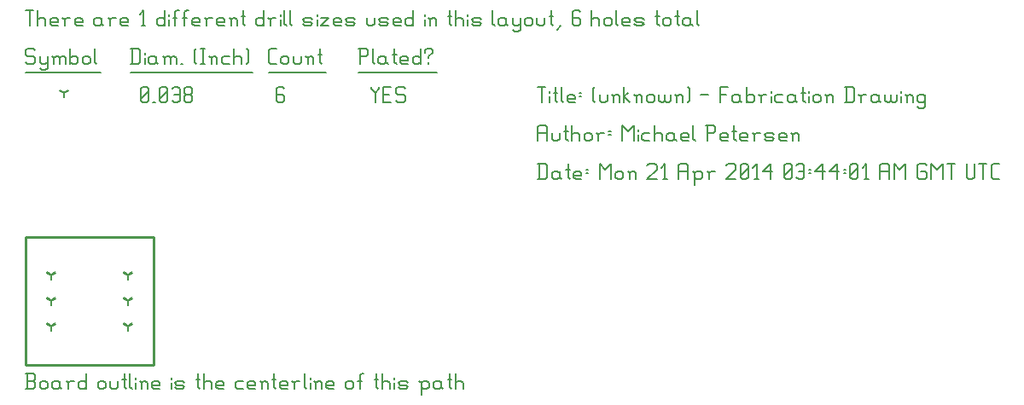
<source format=gbr>
G04 start of page 12 for group -3984 idx -3984 *
G04 Title: (unknown), fab *
G04 Creator: pcb 20110918 *
G04 CreationDate: Mon 21 Apr 2014 03:44:01 AM GMT UTC *
G04 For: railfan *
G04 Format: Gerber/RS-274X *
G04 PCB-Dimensions: 50000 50000 *
G04 PCB-Coordinate-Origin: lower left *
%MOIN*%
%FSLAX25Y25*%
%LNFAB*%
%ADD43C,0.0100*%
%ADD42C,0.0060*%
%ADD41C,0.0001*%
%ADD40R,0.0080X0.0080*%
G54D40*X40000Y35000D02*Y33400D01*
G54D41*G36*
X39454Y35147D02*X41533Y36346D01*
X41933Y35653D01*
X39853Y34454D01*
X39454Y35147D01*
G37*
G36*
X40147Y34454D02*X38067Y35653D01*
X38467Y36346D01*
X40546Y35147D01*
X40147Y34454D01*
G37*
G54D40*X10000Y25000D02*Y23400D01*
G54D41*G36*
X9454Y25147D02*X11533Y26346D01*
X11933Y25653D01*
X9853Y24454D01*
X9454Y25147D01*
G37*
G36*
X10147Y24454D02*X8067Y25653D01*
X8467Y26346D01*
X10546Y25147D01*
X10147Y24454D01*
G37*
G54D40*X10000Y15000D02*Y13400D01*
G54D41*G36*
X9454Y15147D02*X11533Y16346D01*
X11933Y15653D01*
X9853Y14454D01*
X9454Y15147D01*
G37*
G36*
X10147Y14454D02*X8067Y15653D01*
X8467Y16346D01*
X10546Y15147D01*
X10147Y14454D01*
G37*
G54D40*X40000Y25000D02*Y23400D01*
G54D41*G36*
X39454Y25147D02*X41533Y26346D01*
X41933Y25653D01*
X39853Y24454D01*
X39454Y25147D01*
G37*
G36*
X40147Y24454D02*X38067Y25653D01*
X38467Y26346D01*
X40546Y25147D01*
X40147Y24454D01*
G37*
G54D40*X10000Y35000D02*Y33400D01*
G54D41*G36*
X9454Y35147D02*X11533Y36346D01*
X11933Y35653D01*
X9853Y34454D01*
X9454Y35147D01*
G37*
G36*
X10147Y34454D02*X8067Y35653D01*
X8467Y36346D01*
X10546Y35147D01*
X10147Y34454D01*
G37*
G54D40*X40000Y15000D02*Y13400D01*
G54D41*G36*
X39454Y15147D02*X41533Y16346D01*
X41933Y15653D01*
X39853Y14454D01*
X39454Y15147D01*
G37*
G36*
X40147Y14454D02*X38067Y15653D01*
X38467Y16346D01*
X40546Y15147D01*
X40147Y14454D01*
G37*
G54D40*X15000Y106250D02*Y104650D01*
G54D41*G36*
X14454Y106397D02*X16533Y107596D01*
X16933Y106903D01*
X14853Y105704D01*
X14454Y106397D01*
G37*
G36*
X15147Y105704D02*X13067Y106903D01*
X13467Y107596D01*
X15546Y106397D01*
X15147Y105704D01*
G37*
G54D42*X135000Y108500D02*Y107750D01*
X136500Y106250D01*
X138000Y107750D01*
Y108500D02*Y107750D01*
X136500Y106250D02*Y102500D01*
X139800Y105500D02*X142050D01*
X139800Y102500D02*X142800D01*
X139800Y108500D02*Y102500D01*
Y108500D02*X142800D01*
X147600D02*X148350Y107750D01*
X145350Y108500D02*X147600D01*
X144600Y107750D02*X145350Y108500D01*
X144600Y107750D02*Y106250D01*
X145350Y105500D01*
X147600D01*
X148350Y104750D01*
Y103250D01*
X147600Y102500D02*X148350Y103250D01*
X145350Y102500D02*X147600D01*
X144600Y103250D02*X145350Y102500D01*
X100250Y108500D02*X101000Y107750D01*
X98750Y108500D02*X100250D01*
X98000Y107750D02*X98750Y108500D01*
X98000Y107750D02*Y103250D01*
X98750Y102500D01*
X100250Y105500D02*X101000Y104750D01*
X98000Y105500D02*X100250D01*
X98750Y102500D02*X100250D01*
X101000Y103250D01*
Y104750D02*Y103250D01*
X45000D02*X45750Y102500D01*
X45000Y107750D02*Y103250D01*
Y107750D02*X45750Y108500D01*
X47250D01*
X48000Y107750D01*
Y103250D01*
X47250Y102500D02*X48000Y103250D01*
X45750Y102500D02*X47250D01*
X45000Y104000D02*X48000Y107000D01*
X49800Y102500D02*X50550D01*
X52350Y103250D02*X53100Y102500D01*
X52350Y107750D02*Y103250D01*
Y107750D02*X53100Y108500D01*
X54600D01*
X55350Y107750D01*
Y103250D01*
X54600Y102500D02*X55350Y103250D01*
X53100Y102500D02*X54600D01*
X52350Y104000D02*X55350Y107000D01*
X57150Y107750D02*X57900Y108500D01*
X59400D01*
X60150Y107750D01*
Y103250D01*
X59400Y102500D02*X60150Y103250D01*
X57900Y102500D02*X59400D01*
X57150Y103250D02*X57900Y102500D01*
Y105500D02*X60150D01*
X61950Y103250D02*X62700Y102500D01*
X61950Y104750D02*Y103250D01*
Y104750D02*X62700Y105500D01*
X64200D01*
X64950Y104750D01*
Y103250D01*
X64200Y102500D02*X64950Y103250D01*
X62700Y102500D02*X64200D01*
X61950Y106250D02*X62700Y105500D01*
X61950Y107750D02*Y106250D01*
Y107750D02*X62700Y108500D01*
X64200D01*
X64950Y107750D01*
Y106250D01*
X64200Y105500D02*X64950Y106250D01*
X3000Y123500D02*X3750Y122750D01*
X750Y123500D02*X3000D01*
X0Y122750D02*X750Y123500D01*
X0Y122750D02*Y121250D01*
X750Y120500D01*
X3000D01*
X3750Y119750D01*
Y118250D01*
X3000Y117500D02*X3750Y118250D01*
X750Y117500D02*X3000D01*
X0Y118250D02*X750Y117500D01*
X5550Y120500D02*Y118250D01*
X6300Y117500D01*
X8550Y120500D02*Y116000D01*
X7800Y115250D02*X8550Y116000D01*
X6300Y115250D02*X7800D01*
X5550Y116000D02*X6300Y115250D01*
Y117500D02*X7800D01*
X8550Y118250D01*
X11100Y119750D02*Y117500D01*
Y119750D02*X11850Y120500D01*
X12600D01*
X13350Y119750D01*
Y117500D01*
Y119750D02*X14100Y120500D01*
X14850D01*
X15600Y119750D01*
Y117500D01*
X10350Y120500D02*X11100Y119750D01*
X17400Y123500D02*Y117500D01*
Y118250D02*X18150Y117500D01*
X19650D01*
X20400Y118250D01*
Y119750D02*Y118250D01*
X19650Y120500D02*X20400Y119750D01*
X18150Y120500D02*X19650D01*
X17400Y119750D02*X18150Y120500D01*
X22200Y119750D02*Y118250D01*
Y119750D02*X22950Y120500D01*
X24450D01*
X25200Y119750D01*
Y118250D01*
X24450Y117500D02*X25200Y118250D01*
X22950Y117500D02*X24450D01*
X22200Y118250D02*X22950Y117500D01*
X27000Y123500D02*Y118250D01*
X27750Y117500D01*
X0Y114250D02*X29250D01*
X41750Y123500D02*Y117500D01*
X44000Y123500D02*X44750Y122750D01*
Y118250D01*
X44000Y117500D02*X44750Y118250D01*
X41000Y117500D02*X44000D01*
X41000Y123500D02*X44000D01*
X46550Y122000D02*Y121250D01*
Y119750D02*Y117500D01*
X50300Y120500D02*X51050Y119750D01*
X48800Y120500D02*X50300D01*
X48050Y119750D02*X48800Y120500D01*
X48050Y119750D02*Y118250D01*
X48800Y117500D01*
X51050Y120500D02*Y118250D01*
X51800Y117500D01*
X48800D02*X50300D01*
X51050Y118250D01*
X54350Y119750D02*Y117500D01*
Y119750D02*X55100Y120500D01*
X55850D01*
X56600Y119750D01*
Y117500D01*
Y119750D02*X57350Y120500D01*
X58100D01*
X58850Y119750D01*
Y117500D01*
X53600Y120500D02*X54350Y119750D01*
X60650Y117500D02*X61400D01*
X65900Y118250D02*X66650Y117500D01*
X65900Y122750D02*X66650Y123500D01*
X65900Y122750D02*Y118250D01*
X68450Y123500D02*X69950D01*
X69200D02*Y117500D01*
X68450D02*X69950D01*
X72500Y119750D02*Y117500D01*
Y119750D02*X73250Y120500D01*
X74000D01*
X74750Y119750D01*
Y117500D01*
X71750Y120500D02*X72500Y119750D01*
X77300Y120500D02*X79550D01*
X76550Y119750D02*X77300Y120500D01*
X76550Y119750D02*Y118250D01*
X77300Y117500D01*
X79550D01*
X81350Y123500D02*Y117500D01*
Y119750D02*X82100Y120500D01*
X83600D01*
X84350Y119750D01*
Y117500D01*
X86150Y123500D02*X86900Y122750D01*
Y118250D01*
X86150Y117500D02*X86900Y118250D01*
X41000Y114250D02*X88700D01*
X95750Y117500D02*X98000D01*
X95000Y118250D02*X95750Y117500D01*
X95000Y122750D02*Y118250D01*
Y122750D02*X95750Y123500D01*
X98000D01*
X99800Y119750D02*Y118250D01*
Y119750D02*X100550Y120500D01*
X102050D01*
X102800Y119750D01*
Y118250D01*
X102050Y117500D02*X102800Y118250D01*
X100550Y117500D02*X102050D01*
X99800Y118250D02*X100550Y117500D01*
X104600Y120500D02*Y118250D01*
X105350Y117500D01*
X106850D01*
X107600Y118250D01*
Y120500D02*Y118250D01*
X110150Y119750D02*Y117500D01*
Y119750D02*X110900Y120500D01*
X111650D01*
X112400Y119750D01*
Y117500D01*
X109400Y120500D02*X110150Y119750D01*
X114950Y123500D02*Y118250D01*
X115700Y117500D01*
X114200Y121250D02*X115700D01*
X95000Y114250D02*X117200D01*
X130750Y123500D02*Y117500D01*
X130000Y123500D02*X133000D01*
X133750Y122750D01*
Y121250D01*
X133000Y120500D02*X133750Y121250D01*
X130750Y120500D02*X133000D01*
X135550Y123500D02*Y118250D01*
X136300Y117500D01*
X140050Y120500D02*X140800Y119750D01*
X138550Y120500D02*X140050D01*
X137800Y119750D02*X138550Y120500D01*
X137800Y119750D02*Y118250D01*
X138550Y117500D01*
X140800Y120500D02*Y118250D01*
X141550Y117500D01*
X138550D02*X140050D01*
X140800Y118250D01*
X144100Y123500D02*Y118250D01*
X144850Y117500D01*
X143350Y121250D02*X144850D01*
X147100Y117500D02*X149350D01*
X146350Y118250D02*X147100Y117500D01*
X146350Y119750D02*Y118250D01*
Y119750D02*X147100Y120500D01*
X148600D01*
X149350Y119750D01*
X146350Y119000D02*X149350D01*
Y119750D02*Y119000D01*
X154150Y123500D02*Y117500D01*
X153400D02*X154150Y118250D01*
X151900Y117500D02*X153400D01*
X151150Y118250D02*X151900Y117500D01*
X151150Y119750D02*Y118250D01*
Y119750D02*X151900Y120500D01*
X153400D01*
X154150Y119750D01*
X157450Y120500D02*Y119750D01*
Y118250D02*Y117500D01*
X155950Y122750D02*Y122000D01*
Y122750D02*X156700Y123500D01*
X158200D01*
X158950Y122750D01*
Y122000D01*
X157450Y120500D02*X158950Y122000D01*
X130000Y114250D02*X160750D01*
X0Y138500D02*X3000D01*
X1500D02*Y132500D01*
X4800Y138500D02*Y132500D01*
Y134750D02*X5550Y135500D01*
X7050D01*
X7800Y134750D01*
Y132500D01*
X10350D02*X12600D01*
X9600Y133250D02*X10350Y132500D01*
X9600Y134750D02*Y133250D01*
Y134750D02*X10350Y135500D01*
X11850D01*
X12600Y134750D01*
X9600Y134000D02*X12600D01*
Y134750D02*Y134000D01*
X15150Y134750D02*Y132500D01*
Y134750D02*X15900Y135500D01*
X17400D01*
X14400D02*X15150Y134750D01*
X19950Y132500D02*X22200D01*
X19200Y133250D02*X19950Y132500D01*
X19200Y134750D02*Y133250D01*
Y134750D02*X19950Y135500D01*
X21450D01*
X22200Y134750D01*
X19200Y134000D02*X22200D01*
Y134750D02*Y134000D01*
X28950Y135500D02*X29700Y134750D01*
X27450Y135500D02*X28950D01*
X26700Y134750D02*X27450Y135500D01*
X26700Y134750D02*Y133250D01*
X27450Y132500D01*
X29700Y135500D02*Y133250D01*
X30450Y132500D01*
X27450D02*X28950D01*
X29700Y133250D01*
X33000Y134750D02*Y132500D01*
Y134750D02*X33750Y135500D01*
X35250D01*
X32250D02*X33000Y134750D01*
X37800Y132500D02*X40050D01*
X37050Y133250D02*X37800Y132500D01*
X37050Y134750D02*Y133250D01*
Y134750D02*X37800Y135500D01*
X39300D01*
X40050Y134750D01*
X37050Y134000D02*X40050D01*
Y134750D02*Y134000D01*
X45300Y132500D02*X46800D01*
X46050Y138500D02*Y132500D01*
X44550Y137000D02*X46050Y138500D01*
X54300D02*Y132500D01*
X53550D02*X54300Y133250D01*
X52050Y132500D02*X53550D01*
X51300Y133250D02*X52050Y132500D01*
X51300Y134750D02*Y133250D01*
Y134750D02*X52050Y135500D01*
X53550D01*
X54300Y134750D01*
X56100Y137000D02*Y136250D01*
Y134750D02*Y132500D01*
X58350Y137750D02*Y132500D01*
Y137750D02*X59100Y138500D01*
X59850D01*
X57600Y135500D02*X59100D01*
X62100Y137750D02*Y132500D01*
Y137750D02*X62850Y138500D01*
X63600D01*
X61350Y135500D02*X62850D01*
X65850Y132500D02*X68100D01*
X65100Y133250D02*X65850Y132500D01*
X65100Y134750D02*Y133250D01*
Y134750D02*X65850Y135500D01*
X67350D01*
X68100Y134750D01*
X65100Y134000D02*X68100D01*
Y134750D02*Y134000D01*
X70650Y134750D02*Y132500D01*
Y134750D02*X71400Y135500D01*
X72900D01*
X69900D02*X70650Y134750D01*
X75450Y132500D02*X77700D01*
X74700Y133250D02*X75450Y132500D01*
X74700Y134750D02*Y133250D01*
Y134750D02*X75450Y135500D01*
X76950D01*
X77700Y134750D01*
X74700Y134000D02*X77700D01*
Y134750D02*Y134000D01*
X80250Y134750D02*Y132500D01*
Y134750D02*X81000Y135500D01*
X81750D01*
X82500Y134750D01*
Y132500D01*
X79500Y135500D02*X80250Y134750D01*
X85050Y138500D02*Y133250D01*
X85800Y132500D01*
X84300Y136250D02*X85800D01*
X93000Y138500D02*Y132500D01*
X92250D02*X93000Y133250D01*
X90750Y132500D02*X92250D01*
X90000Y133250D02*X90750Y132500D01*
X90000Y134750D02*Y133250D01*
Y134750D02*X90750Y135500D01*
X92250D01*
X93000Y134750D01*
X95550D02*Y132500D01*
Y134750D02*X96300Y135500D01*
X97800D01*
X94800D02*X95550Y134750D01*
X99600Y137000D02*Y136250D01*
Y134750D02*Y132500D01*
X101100Y138500D02*Y133250D01*
X101850Y132500D01*
X103350Y138500D02*Y133250D01*
X104100Y132500D01*
X109050D02*X111300D01*
X112050Y133250D01*
X111300Y134000D02*X112050Y133250D01*
X109050Y134000D02*X111300D01*
X108300Y134750D02*X109050Y134000D01*
X108300Y134750D02*X109050Y135500D01*
X111300D01*
X112050Y134750D01*
X108300Y133250D02*X109050Y132500D01*
X113850Y137000D02*Y136250D01*
Y134750D02*Y132500D01*
X115350Y135500D02*X118350D01*
X115350Y132500D02*X118350Y135500D01*
X115350Y132500D02*X118350D01*
X120900D02*X123150D01*
X120150Y133250D02*X120900Y132500D01*
X120150Y134750D02*Y133250D01*
Y134750D02*X120900Y135500D01*
X122400D01*
X123150Y134750D01*
X120150Y134000D02*X123150D01*
Y134750D02*Y134000D01*
X125700Y132500D02*X127950D01*
X128700Y133250D01*
X127950Y134000D02*X128700Y133250D01*
X125700Y134000D02*X127950D01*
X124950Y134750D02*X125700Y134000D01*
X124950Y134750D02*X125700Y135500D01*
X127950D01*
X128700Y134750D01*
X124950Y133250D02*X125700Y132500D01*
X133200Y135500D02*Y133250D01*
X133950Y132500D01*
X135450D01*
X136200Y133250D01*
Y135500D02*Y133250D01*
X138750Y132500D02*X141000D01*
X141750Y133250D01*
X141000Y134000D02*X141750Y133250D01*
X138750Y134000D02*X141000D01*
X138000Y134750D02*X138750Y134000D01*
X138000Y134750D02*X138750Y135500D01*
X141000D01*
X141750Y134750D01*
X138000Y133250D02*X138750Y132500D01*
X144300D02*X146550D01*
X143550Y133250D02*X144300Y132500D01*
X143550Y134750D02*Y133250D01*
Y134750D02*X144300Y135500D01*
X145800D01*
X146550Y134750D01*
X143550Y134000D02*X146550D01*
Y134750D02*Y134000D01*
X151350Y138500D02*Y132500D01*
X150600D02*X151350Y133250D01*
X149100Y132500D02*X150600D01*
X148350Y133250D02*X149100Y132500D01*
X148350Y134750D02*Y133250D01*
Y134750D02*X149100Y135500D01*
X150600D01*
X151350Y134750D01*
X155850Y137000D02*Y136250D01*
Y134750D02*Y132500D01*
X158100Y134750D02*Y132500D01*
Y134750D02*X158850Y135500D01*
X159600D01*
X160350Y134750D01*
Y132500D01*
X157350Y135500D02*X158100Y134750D01*
X165600Y138500D02*Y133250D01*
X166350Y132500D01*
X164850Y136250D02*X166350D01*
X167850Y138500D02*Y132500D01*
Y134750D02*X168600Y135500D01*
X170100D01*
X170850Y134750D01*
Y132500D01*
X172650Y137000D02*Y136250D01*
Y134750D02*Y132500D01*
X174900D02*X177150D01*
X177900Y133250D01*
X177150Y134000D02*X177900Y133250D01*
X174900Y134000D02*X177150D01*
X174150Y134750D02*X174900Y134000D01*
X174150Y134750D02*X174900Y135500D01*
X177150D01*
X177900Y134750D01*
X174150Y133250D02*X174900Y132500D01*
X182400Y138500D02*Y133250D01*
X183150Y132500D01*
X186900Y135500D02*X187650Y134750D01*
X185400Y135500D02*X186900D01*
X184650Y134750D02*X185400Y135500D01*
X184650Y134750D02*Y133250D01*
X185400Y132500D01*
X187650Y135500D02*Y133250D01*
X188400Y132500D01*
X185400D02*X186900D01*
X187650Y133250D01*
X190200Y135500D02*Y133250D01*
X190950Y132500D01*
X193200Y135500D02*Y131000D01*
X192450Y130250D02*X193200Y131000D01*
X190950Y130250D02*X192450D01*
X190200Y131000D02*X190950Y130250D01*
Y132500D02*X192450D01*
X193200Y133250D01*
X195000Y134750D02*Y133250D01*
Y134750D02*X195750Y135500D01*
X197250D01*
X198000Y134750D01*
Y133250D01*
X197250Y132500D02*X198000Y133250D01*
X195750Y132500D02*X197250D01*
X195000Y133250D02*X195750Y132500D01*
X199800Y135500D02*Y133250D01*
X200550Y132500D01*
X202050D01*
X202800Y133250D01*
Y135500D02*Y133250D01*
X205350Y138500D02*Y133250D01*
X206100Y132500D01*
X204600Y136250D02*X206100D01*
X207600Y131000D02*X209100Y132500D01*
X215850Y138500D02*X216600Y137750D01*
X214350Y138500D02*X215850D01*
X213600Y137750D02*X214350Y138500D01*
X213600Y137750D02*Y133250D01*
X214350Y132500D01*
X215850Y135500D02*X216600Y134750D01*
X213600Y135500D02*X215850D01*
X214350Y132500D02*X215850D01*
X216600Y133250D01*
Y134750D02*Y133250D01*
X221100Y138500D02*Y132500D01*
Y134750D02*X221850Y135500D01*
X223350D01*
X224100Y134750D01*
Y132500D01*
X225900Y134750D02*Y133250D01*
Y134750D02*X226650Y135500D01*
X228150D01*
X228900Y134750D01*
Y133250D01*
X228150Y132500D02*X228900Y133250D01*
X226650Y132500D02*X228150D01*
X225900Y133250D02*X226650Y132500D01*
X230700Y138500D02*Y133250D01*
X231450Y132500D01*
X233700D02*X235950D01*
X232950Y133250D02*X233700Y132500D01*
X232950Y134750D02*Y133250D01*
Y134750D02*X233700Y135500D01*
X235200D01*
X235950Y134750D01*
X232950Y134000D02*X235950D01*
Y134750D02*Y134000D01*
X238500Y132500D02*X240750D01*
X241500Y133250D01*
X240750Y134000D02*X241500Y133250D01*
X238500Y134000D02*X240750D01*
X237750Y134750D02*X238500Y134000D01*
X237750Y134750D02*X238500Y135500D01*
X240750D01*
X241500Y134750D01*
X237750Y133250D02*X238500Y132500D01*
X246750Y138500D02*Y133250D01*
X247500Y132500D01*
X246000Y136250D02*X247500D01*
X249000Y134750D02*Y133250D01*
Y134750D02*X249750Y135500D01*
X251250D01*
X252000Y134750D01*
Y133250D01*
X251250Y132500D02*X252000Y133250D01*
X249750Y132500D02*X251250D01*
X249000Y133250D02*X249750Y132500D01*
X254550Y138500D02*Y133250D01*
X255300Y132500D01*
X253800Y136250D02*X255300D01*
X259050Y135500D02*X259800Y134750D01*
X257550Y135500D02*X259050D01*
X256800Y134750D02*X257550Y135500D01*
X256800Y134750D02*Y133250D01*
X257550Y132500D01*
X259800Y135500D02*Y133250D01*
X260550Y132500D01*
X257550D02*X259050D01*
X259800Y133250D01*
X262350Y138500D02*Y133250D01*
X263100Y132500D01*
G54D43*X0Y50000D02*X50000D01*
Y0D01*
X0D01*
Y50000D01*
G54D42*Y-9500D02*X3000D01*
X3750Y-8750D01*
Y-7250D02*Y-8750D01*
X3000Y-6500D02*X3750Y-7250D01*
X750Y-6500D02*X3000D01*
X750Y-3500D02*Y-9500D01*
X0Y-3500D02*X3000D01*
X3750Y-4250D01*
Y-5750D01*
X3000Y-6500D02*X3750Y-5750D01*
X5550Y-7250D02*Y-8750D01*
Y-7250D02*X6300Y-6500D01*
X7800D01*
X8550Y-7250D01*
Y-8750D01*
X7800Y-9500D02*X8550Y-8750D01*
X6300Y-9500D02*X7800D01*
X5550Y-8750D02*X6300Y-9500D01*
X12600Y-6500D02*X13350Y-7250D01*
X11100Y-6500D02*X12600D01*
X10350Y-7250D02*X11100Y-6500D01*
X10350Y-7250D02*Y-8750D01*
X11100Y-9500D01*
X13350Y-6500D02*Y-8750D01*
X14100Y-9500D01*
X11100D02*X12600D01*
X13350Y-8750D01*
X16650Y-7250D02*Y-9500D01*
Y-7250D02*X17400Y-6500D01*
X18900D01*
X15900D02*X16650Y-7250D01*
X23700Y-3500D02*Y-9500D01*
X22950D02*X23700Y-8750D01*
X21450Y-9500D02*X22950D01*
X20700Y-8750D02*X21450Y-9500D01*
X20700Y-7250D02*Y-8750D01*
Y-7250D02*X21450Y-6500D01*
X22950D01*
X23700Y-7250D01*
X28200D02*Y-8750D01*
Y-7250D02*X28950Y-6500D01*
X30450D01*
X31200Y-7250D01*
Y-8750D01*
X30450Y-9500D02*X31200Y-8750D01*
X28950Y-9500D02*X30450D01*
X28200Y-8750D02*X28950Y-9500D01*
X33000Y-6500D02*Y-8750D01*
X33750Y-9500D01*
X35250D01*
X36000Y-8750D01*
Y-6500D02*Y-8750D01*
X38550Y-3500D02*Y-8750D01*
X39300Y-9500D01*
X37800Y-5750D02*X39300D01*
X40800Y-3500D02*Y-8750D01*
X41550Y-9500D01*
X43050Y-5000D02*Y-5750D01*
Y-7250D02*Y-9500D01*
X45300Y-7250D02*Y-9500D01*
Y-7250D02*X46050Y-6500D01*
X46800D01*
X47550Y-7250D01*
Y-9500D01*
X44550Y-6500D02*X45300Y-7250D01*
X50100Y-9500D02*X52350D01*
X49350Y-8750D02*X50100Y-9500D01*
X49350Y-7250D02*Y-8750D01*
Y-7250D02*X50100Y-6500D01*
X51600D01*
X52350Y-7250D01*
X49350Y-8000D02*X52350D01*
Y-7250D02*Y-8000D01*
X56850Y-5000D02*Y-5750D01*
Y-7250D02*Y-9500D01*
X59100D02*X61350D01*
X62100Y-8750D01*
X61350Y-8000D02*X62100Y-8750D01*
X59100Y-8000D02*X61350D01*
X58350Y-7250D02*X59100Y-8000D01*
X58350Y-7250D02*X59100Y-6500D01*
X61350D01*
X62100Y-7250D01*
X58350Y-8750D02*X59100Y-9500D01*
X67350Y-3500D02*Y-8750D01*
X68100Y-9500D01*
X66600Y-5750D02*X68100D01*
X69600Y-3500D02*Y-9500D01*
Y-7250D02*X70350Y-6500D01*
X71850D01*
X72600Y-7250D01*
Y-9500D01*
X75150D02*X77400D01*
X74400Y-8750D02*X75150Y-9500D01*
X74400Y-7250D02*Y-8750D01*
Y-7250D02*X75150Y-6500D01*
X76650D01*
X77400Y-7250D01*
X74400Y-8000D02*X77400D01*
Y-7250D02*Y-8000D01*
X82650Y-6500D02*X84900D01*
X81900Y-7250D02*X82650Y-6500D01*
X81900Y-7250D02*Y-8750D01*
X82650Y-9500D01*
X84900D01*
X87450D02*X89700D01*
X86700Y-8750D02*X87450Y-9500D01*
X86700Y-7250D02*Y-8750D01*
Y-7250D02*X87450Y-6500D01*
X88950D01*
X89700Y-7250D01*
X86700Y-8000D02*X89700D01*
Y-7250D02*Y-8000D01*
X92250Y-7250D02*Y-9500D01*
Y-7250D02*X93000Y-6500D01*
X93750D01*
X94500Y-7250D01*
Y-9500D01*
X91500Y-6500D02*X92250Y-7250D01*
X97050Y-3500D02*Y-8750D01*
X97800Y-9500D01*
X96300Y-5750D02*X97800D01*
X100050Y-9500D02*X102300D01*
X99300Y-8750D02*X100050Y-9500D01*
X99300Y-7250D02*Y-8750D01*
Y-7250D02*X100050Y-6500D01*
X101550D01*
X102300Y-7250D01*
X99300Y-8000D02*X102300D01*
Y-7250D02*Y-8000D01*
X104850Y-7250D02*Y-9500D01*
Y-7250D02*X105600Y-6500D01*
X107100D01*
X104100D02*X104850Y-7250D01*
X108900Y-3500D02*Y-8750D01*
X109650Y-9500D01*
X111150Y-5000D02*Y-5750D01*
Y-7250D02*Y-9500D01*
X113400Y-7250D02*Y-9500D01*
Y-7250D02*X114150Y-6500D01*
X114900D01*
X115650Y-7250D01*
Y-9500D01*
X112650Y-6500D02*X113400Y-7250D01*
X118200Y-9500D02*X120450D01*
X117450Y-8750D02*X118200Y-9500D01*
X117450Y-7250D02*Y-8750D01*
Y-7250D02*X118200Y-6500D01*
X119700D01*
X120450Y-7250D01*
X117450Y-8000D02*X120450D01*
Y-7250D02*Y-8000D01*
X124950Y-7250D02*Y-8750D01*
Y-7250D02*X125700Y-6500D01*
X127200D01*
X127950Y-7250D01*
Y-8750D01*
X127200Y-9500D02*X127950Y-8750D01*
X125700Y-9500D02*X127200D01*
X124950Y-8750D02*X125700Y-9500D01*
X130500Y-4250D02*Y-9500D01*
Y-4250D02*X131250Y-3500D01*
X132000D01*
X129750Y-6500D02*X131250D01*
X136950Y-3500D02*Y-8750D01*
X137700Y-9500D01*
X136200Y-5750D02*X137700D01*
X139200Y-3500D02*Y-9500D01*
Y-7250D02*X139950Y-6500D01*
X141450D01*
X142200Y-7250D01*
Y-9500D01*
X144000Y-5000D02*Y-5750D01*
Y-7250D02*Y-9500D01*
X146250D02*X148500D01*
X149250Y-8750D01*
X148500Y-8000D02*X149250Y-8750D01*
X146250Y-8000D02*X148500D01*
X145500Y-7250D02*X146250Y-8000D01*
X145500Y-7250D02*X146250Y-6500D01*
X148500D01*
X149250Y-7250D01*
X145500Y-8750D02*X146250Y-9500D01*
X154500Y-7250D02*Y-11750D01*
X153750Y-6500D02*X154500Y-7250D01*
X155250Y-6500D01*
X156750D01*
X157500Y-7250D01*
Y-8750D01*
X156750Y-9500D02*X157500Y-8750D01*
X155250Y-9500D02*X156750D01*
X154500Y-8750D02*X155250Y-9500D01*
X161550Y-6500D02*X162300Y-7250D01*
X160050Y-6500D02*X161550D01*
X159300Y-7250D02*X160050Y-6500D01*
X159300Y-7250D02*Y-8750D01*
X160050Y-9500D01*
X162300Y-6500D02*Y-8750D01*
X163050Y-9500D01*
X160050D02*X161550D01*
X162300Y-8750D01*
X165600Y-3500D02*Y-8750D01*
X166350Y-9500D01*
X164850Y-5750D02*X166350D01*
X167850Y-3500D02*Y-9500D01*
Y-7250D02*X168600Y-6500D01*
X170100D01*
X170850Y-7250D01*
Y-9500D01*
X200750Y78500D02*Y72500D01*
X203000Y78500D02*X203750Y77750D01*
Y73250D01*
X203000Y72500D02*X203750Y73250D01*
X200000Y72500D02*X203000D01*
X200000Y78500D02*X203000D01*
X207800Y75500D02*X208550Y74750D01*
X206300Y75500D02*X207800D01*
X205550Y74750D02*X206300Y75500D01*
X205550Y74750D02*Y73250D01*
X206300Y72500D01*
X208550Y75500D02*Y73250D01*
X209300Y72500D01*
X206300D02*X207800D01*
X208550Y73250D01*
X211850Y78500D02*Y73250D01*
X212600Y72500D01*
X211100Y76250D02*X212600D01*
X214850Y72500D02*X217100D01*
X214100Y73250D02*X214850Y72500D01*
X214100Y74750D02*Y73250D01*
Y74750D02*X214850Y75500D01*
X216350D01*
X217100Y74750D01*
X214100Y74000D02*X217100D01*
Y74750D02*Y74000D01*
X218900Y76250D02*X219650D01*
X218900Y74750D02*X219650D01*
X224150Y78500D02*Y72500D01*
Y78500D02*X226400Y76250D01*
X228650Y78500D01*
Y72500D01*
X230450Y74750D02*Y73250D01*
Y74750D02*X231200Y75500D01*
X232700D01*
X233450Y74750D01*
Y73250D01*
X232700Y72500D02*X233450Y73250D01*
X231200Y72500D02*X232700D01*
X230450Y73250D02*X231200Y72500D01*
X236000Y74750D02*Y72500D01*
Y74750D02*X236750Y75500D01*
X237500D01*
X238250Y74750D01*
Y72500D01*
X235250Y75500D02*X236000Y74750D01*
X242750Y77750D02*X243500Y78500D01*
X245750D01*
X246500Y77750D01*
Y76250D01*
X242750Y72500D02*X246500Y76250D01*
X242750Y72500D02*X246500D01*
X249050D02*X250550D01*
X249800Y78500D02*Y72500D01*
X248300Y77000D02*X249800Y78500D01*
X255050Y77750D02*Y72500D01*
Y77750D02*X255800Y78500D01*
X258050D01*
X258800Y77750D01*
Y72500D01*
X255050Y75500D02*X258800D01*
X261350Y74750D02*Y70250D01*
X260600Y75500D02*X261350Y74750D01*
X262100Y75500D01*
X263600D01*
X264350Y74750D01*
Y73250D01*
X263600Y72500D02*X264350Y73250D01*
X262100Y72500D02*X263600D01*
X261350Y73250D02*X262100Y72500D01*
X266900Y74750D02*Y72500D01*
Y74750D02*X267650Y75500D01*
X269150D01*
X266150D02*X266900Y74750D01*
X273650Y77750D02*X274400Y78500D01*
X276650D01*
X277400Y77750D01*
Y76250D01*
X273650Y72500D02*X277400Y76250D01*
X273650Y72500D02*X277400D01*
X279200Y73250D02*X279950Y72500D01*
X279200Y77750D02*Y73250D01*
Y77750D02*X279950Y78500D01*
X281450D01*
X282200Y77750D01*
Y73250D01*
X281450Y72500D02*X282200Y73250D01*
X279950Y72500D02*X281450D01*
X279200Y74000D02*X282200Y77000D01*
X284750Y72500D02*X286250D01*
X285500Y78500D02*Y72500D01*
X284000Y77000D02*X285500Y78500D01*
X288050Y75500D02*X291050Y78500D01*
X288050Y75500D02*X291800D01*
X291050Y78500D02*Y72500D01*
X296300Y73250D02*X297050Y72500D01*
X296300Y77750D02*Y73250D01*
Y77750D02*X297050Y78500D01*
X298550D01*
X299300Y77750D01*
Y73250D01*
X298550Y72500D02*X299300Y73250D01*
X297050Y72500D02*X298550D01*
X296300Y74000D02*X299300Y77000D01*
X301100Y77750D02*X301850Y78500D01*
X303350D01*
X304100Y77750D01*
Y73250D01*
X303350Y72500D02*X304100Y73250D01*
X301850Y72500D02*X303350D01*
X301100Y73250D02*X301850Y72500D01*
Y75500D02*X304100D01*
X305900Y76250D02*X306650D01*
X305900Y74750D02*X306650D01*
X308450Y75500D02*X311450Y78500D01*
X308450Y75500D02*X312200D01*
X311450Y78500D02*Y72500D01*
X314000Y75500D02*X317000Y78500D01*
X314000Y75500D02*X317750D01*
X317000Y78500D02*Y72500D01*
X319550Y76250D02*X320300D01*
X319550Y74750D02*X320300D01*
X322100Y73250D02*X322850Y72500D01*
X322100Y77750D02*Y73250D01*
Y77750D02*X322850Y78500D01*
X324350D01*
X325100Y77750D01*
Y73250D01*
X324350Y72500D02*X325100Y73250D01*
X322850Y72500D02*X324350D01*
X322100Y74000D02*X325100Y77000D01*
X327650Y72500D02*X329150D01*
X328400Y78500D02*Y72500D01*
X326900Y77000D02*X328400Y78500D01*
X333650Y77750D02*Y72500D01*
Y77750D02*X334400Y78500D01*
X336650D01*
X337400Y77750D01*
Y72500D01*
X333650Y75500D02*X337400D01*
X339200Y78500D02*Y72500D01*
Y78500D02*X341450Y76250D01*
X343700Y78500D01*
Y72500D01*
X351200Y78500D02*X351950Y77750D01*
X348950Y78500D02*X351200D01*
X348200Y77750D02*X348950Y78500D01*
X348200Y77750D02*Y73250D01*
X348950Y72500D01*
X351200D01*
X351950Y73250D01*
Y74750D02*Y73250D01*
X351200Y75500D02*X351950Y74750D01*
X349700Y75500D02*X351200D01*
X353750Y78500D02*Y72500D01*
Y78500D02*X356000Y76250D01*
X358250Y78500D01*
Y72500D01*
X360050Y78500D02*X363050D01*
X361550D02*Y72500D01*
X367550Y78500D02*Y73250D01*
X368300Y72500D01*
X369800D01*
X370550Y73250D01*
Y78500D02*Y73250D01*
X372350Y78500D02*X375350D01*
X373850D02*Y72500D01*
X377900D02*X380150D01*
X377150Y73250D02*X377900Y72500D01*
X377150Y77750D02*Y73250D01*
Y77750D02*X377900Y78500D01*
X380150D01*
X200000Y92750D02*Y87500D01*
Y92750D02*X200750Y93500D01*
X203000D01*
X203750Y92750D01*
Y87500D01*
X200000Y90500D02*X203750D01*
X205550D02*Y88250D01*
X206300Y87500D01*
X207800D01*
X208550Y88250D01*
Y90500D02*Y88250D01*
X211100Y93500D02*Y88250D01*
X211850Y87500D01*
X210350Y91250D02*X211850D01*
X213350Y93500D02*Y87500D01*
Y89750D02*X214100Y90500D01*
X215600D01*
X216350Y89750D01*
Y87500D01*
X218150Y89750D02*Y88250D01*
Y89750D02*X218900Y90500D01*
X220400D01*
X221150Y89750D01*
Y88250D01*
X220400Y87500D02*X221150Y88250D01*
X218900Y87500D02*X220400D01*
X218150Y88250D02*X218900Y87500D01*
X223700Y89750D02*Y87500D01*
Y89750D02*X224450Y90500D01*
X225950D01*
X222950D02*X223700Y89750D01*
X227750Y91250D02*X228500D01*
X227750Y89750D02*X228500D01*
X233000Y93500D02*Y87500D01*
Y93500D02*X235250Y91250D01*
X237500Y93500D01*
Y87500D01*
X239300Y92000D02*Y91250D01*
Y89750D02*Y87500D01*
X241550Y90500D02*X243800D01*
X240800Y89750D02*X241550Y90500D01*
X240800Y89750D02*Y88250D01*
X241550Y87500D01*
X243800D01*
X245600Y93500D02*Y87500D01*
Y89750D02*X246350Y90500D01*
X247850D01*
X248600Y89750D01*
Y87500D01*
X252650Y90500D02*X253400Y89750D01*
X251150Y90500D02*X252650D01*
X250400Y89750D02*X251150Y90500D01*
X250400Y89750D02*Y88250D01*
X251150Y87500D01*
X253400Y90500D02*Y88250D01*
X254150Y87500D01*
X251150D02*X252650D01*
X253400Y88250D01*
X256700Y87500D02*X258950D01*
X255950Y88250D02*X256700Y87500D01*
X255950Y89750D02*Y88250D01*
Y89750D02*X256700Y90500D01*
X258200D01*
X258950Y89750D01*
X255950Y89000D02*X258950D01*
Y89750D02*Y89000D01*
X260750Y93500D02*Y88250D01*
X261500Y87500D01*
X266450Y93500D02*Y87500D01*
X265700Y93500D02*X268700D01*
X269450Y92750D01*
Y91250D01*
X268700Y90500D02*X269450Y91250D01*
X266450Y90500D02*X268700D01*
X272000Y87500D02*X274250D01*
X271250Y88250D02*X272000Y87500D01*
X271250Y89750D02*Y88250D01*
Y89750D02*X272000Y90500D01*
X273500D01*
X274250Y89750D01*
X271250Y89000D02*X274250D01*
Y89750D02*Y89000D01*
X276800Y93500D02*Y88250D01*
X277550Y87500D01*
X276050Y91250D02*X277550D01*
X279800Y87500D02*X282050D01*
X279050Y88250D02*X279800Y87500D01*
X279050Y89750D02*Y88250D01*
Y89750D02*X279800Y90500D01*
X281300D01*
X282050Y89750D01*
X279050Y89000D02*X282050D01*
Y89750D02*Y89000D01*
X284600Y89750D02*Y87500D01*
Y89750D02*X285350Y90500D01*
X286850D01*
X283850D02*X284600Y89750D01*
X289400Y87500D02*X291650D01*
X292400Y88250D01*
X291650Y89000D02*X292400Y88250D01*
X289400Y89000D02*X291650D01*
X288650Y89750D02*X289400Y89000D01*
X288650Y89750D02*X289400Y90500D01*
X291650D01*
X292400Y89750D01*
X288650Y88250D02*X289400Y87500D01*
X294950D02*X297200D01*
X294200Y88250D02*X294950Y87500D01*
X294200Y89750D02*Y88250D01*
Y89750D02*X294950Y90500D01*
X296450D01*
X297200Y89750D01*
X294200Y89000D02*X297200D01*
Y89750D02*Y89000D01*
X299750Y89750D02*Y87500D01*
Y89750D02*X300500Y90500D01*
X301250D01*
X302000Y89750D01*
Y87500D01*
X299000Y90500D02*X299750Y89750D01*
X200000Y108500D02*X203000D01*
X201500D02*Y102500D01*
X204800Y107000D02*Y106250D01*
Y104750D02*Y102500D01*
X207050Y108500D02*Y103250D01*
X207800Y102500D01*
X206300Y106250D02*X207800D01*
X209300Y108500D02*Y103250D01*
X210050Y102500D01*
X212300D02*X214550D01*
X211550Y103250D02*X212300Y102500D01*
X211550Y104750D02*Y103250D01*
Y104750D02*X212300Y105500D01*
X213800D01*
X214550Y104750D01*
X211550Y104000D02*X214550D01*
Y104750D02*Y104000D01*
X216350Y106250D02*X217100D01*
X216350Y104750D02*X217100D01*
X221600Y103250D02*X222350Y102500D01*
X221600Y107750D02*X222350Y108500D01*
X221600Y107750D02*Y103250D01*
X224150Y105500D02*Y103250D01*
X224900Y102500D01*
X226400D01*
X227150Y103250D01*
Y105500D02*Y103250D01*
X229700Y104750D02*Y102500D01*
Y104750D02*X230450Y105500D01*
X231200D01*
X231950Y104750D01*
Y102500D01*
X228950Y105500D02*X229700Y104750D01*
X233750Y108500D02*Y102500D01*
Y104750D02*X236000Y102500D01*
X233750Y104750D02*X235250Y106250D01*
X238550Y104750D02*Y102500D01*
Y104750D02*X239300Y105500D01*
X240050D01*
X240800Y104750D01*
Y102500D01*
X237800Y105500D02*X238550Y104750D01*
X242600D02*Y103250D01*
Y104750D02*X243350Y105500D01*
X244850D01*
X245600Y104750D01*
Y103250D01*
X244850Y102500D02*X245600Y103250D01*
X243350Y102500D02*X244850D01*
X242600Y103250D02*X243350Y102500D01*
X247400Y105500D02*Y103250D01*
X248150Y102500D01*
X248900D01*
X249650Y103250D01*
Y105500D02*Y103250D01*
X250400Y102500D01*
X251150D01*
X251900Y103250D01*
Y105500D02*Y103250D01*
X254450Y104750D02*Y102500D01*
Y104750D02*X255200Y105500D01*
X255950D01*
X256700Y104750D01*
Y102500D01*
X253700Y105500D02*X254450Y104750D01*
X258500Y108500D02*X259250Y107750D01*
Y103250D01*
X258500Y102500D02*X259250Y103250D01*
X263750Y105500D02*X266750D01*
X271250Y108500D02*Y102500D01*
Y108500D02*X274250D01*
X271250Y105500D02*X273500D01*
X278300D02*X279050Y104750D01*
X276800Y105500D02*X278300D01*
X276050Y104750D02*X276800Y105500D01*
X276050Y104750D02*Y103250D01*
X276800Y102500D01*
X279050Y105500D02*Y103250D01*
X279800Y102500D01*
X276800D02*X278300D01*
X279050Y103250D01*
X281600Y108500D02*Y102500D01*
Y103250D02*X282350Y102500D01*
X283850D01*
X284600Y103250D01*
Y104750D02*Y103250D01*
X283850Y105500D02*X284600Y104750D01*
X282350Y105500D02*X283850D01*
X281600Y104750D02*X282350Y105500D01*
X287150Y104750D02*Y102500D01*
Y104750D02*X287900Y105500D01*
X289400D01*
X286400D02*X287150Y104750D01*
X291200Y107000D02*Y106250D01*
Y104750D02*Y102500D01*
X293450Y105500D02*X295700D01*
X292700Y104750D02*X293450Y105500D01*
X292700Y104750D02*Y103250D01*
X293450Y102500D01*
X295700D01*
X299750Y105500D02*X300500Y104750D01*
X298250Y105500D02*X299750D01*
X297500Y104750D02*X298250Y105500D01*
X297500Y104750D02*Y103250D01*
X298250Y102500D01*
X300500Y105500D02*Y103250D01*
X301250Y102500D01*
X298250D02*X299750D01*
X300500Y103250D01*
X303800Y108500D02*Y103250D01*
X304550Y102500D01*
X303050Y106250D02*X304550D01*
X306050Y107000D02*Y106250D01*
Y104750D02*Y102500D01*
X307550Y104750D02*Y103250D01*
Y104750D02*X308300Y105500D01*
X309800D01*
X310550Y104750D01*
Y103250D01*
X309800Y102500D02*X310550Y103250D01*
X308300Y102500D02*X309800D01*
X307550Y103250D02*X308300Y102500D01*
X313100Y104750D02*Y102500D01*
Y104750D02*X313850Y105500D01*
X314600D01*
X315350Y104750D01*
Y102500D01*
X312350Y105500D02*X313100Y104750D01*
X320600Y108500D02*Y102500D01*
X322850Y108500D02*X323600Y107750D01*
Y103250D01*
X322850Y102500D02*X323600Y103250D01*
X319850Y102500D02*X322850D01*
X319850Y108500D02*X322850D01*
X326150Y104750D02*Y102500D01*
Y104750D02*X326900Y105500D01*
X328400D01*
X325400D02*X326150Y104750D01*
X332450Y105500D02*X333200Y104750D01*
X330950Y105500D02*X332450D01*
X330200Y104750D02*X330950Y105500D01*
X330200Y104750D02*Y103250D01*
X330950Y102500D01*
X333200Y105500D02*Y103250D01*
X333950Y102500D01*
X330950D02*X332450D01*
X333200Y103250D01*
X335750Y105500D02*Y103250D01*
X336500Y102500D01*
X337250D01*
X338000Y103250D01*
Y105500D02*Y103250D01*
X338750Y102500D01*
X339500D01*
X340250Y103250D01*
Y105500D02*Y103250D01*
X342050Y107000D02*Y106250D01*
Y104750D02*Y102500D01*
X344300Y104750D02*Y102500D01*
Y104750D02*X345050Y105500D01*
X345800D01*
X346550Y104750D01*
Y102500D01*
X343550Y105500D02*X344300Y104750D01*
X350600Y105500D02*X351350Y104750D01*
X349100Y105500D02*X350600D01*
X348350Y104750D02*X349100Y105500D01*
X348350Y104750D02*Y103250D01*
X349100Y102500D01*
X350600D01*
X351350Y103250D01*
X348350Y101000D02*X349100Y100250D01*
X350600D01*
X351350Y101000D01*
Y105500D02*Y101000D01*
M02*

</source>
